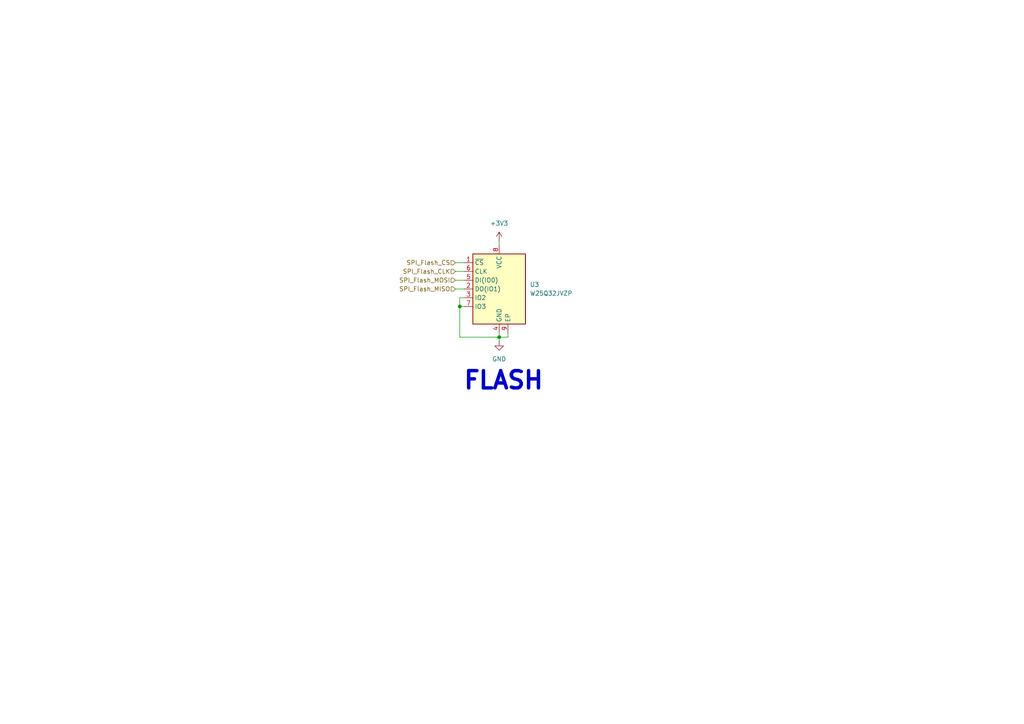
<source format=kicad_sch>
(kicad_sch (version 20231120) (generator "eeschema") (generator_version "8.0")
  (paper "A4")
  (title_block (title "SPI FLASH") (date "2024-04-10") (company "TheBadZhang"))
  (lib_symbols
    (symbol "Memory_Flash:W25Q32JVZP"
      (property "Reference" "U" (at -6.35 11.43 0))
      (property "Value" "W25Q32JVZP" (at 7.62 11.43 0))
      (symbol "W25Q32JVZP_0_1"
        (rectangle (start -7.62 10.16) (end 7.62 -10.16) (stroke (width 0.254)) (fill (type background)))
      )
      (symbol "W25Q32JVZP_1_1"
        (pin input line (at -10.16 7.62 0) (length 2.54) (name "~{CS}") (number "1"))
        (pin bidirectional line (at -10.16 0 0) (length 2.54) (name "DO(IO1)") (number "2"))
        (pin bidirectional line (at -10.16 -2.54 0) (length 2.54) (name "IO2") (number "3"))
        (pin power_in line (at 0 -12.7 90) (length 2.54) (name "GND") (number "4"))
        (pin bidirectional line (at -10.16 2.54 0) (length 2.54) (name "DI(IO0)") (number "5"))
        (pin input line (at -10.16 5.08 0) (length 2.54) (name "CLK") (number "6"))
        (pin bidirectional line (at -10.16 -5.08 0) (length 2.54) (name "IO3") (number "7"))
        (pin power_in line (at 0 12.7 270) (length 2.54) (name "VCC") (number "8"))
        (pin passive line (at 2.54 -12.7 90) (length 2.54) (name "EP") (number "9"))
      )
    )
    (symbol "power:+3V3" (power) (pin_numbers hide) (pin_names (offset 0) hide)
      (property "Value" "+3V3" (at 0 3.556 0))
      (symbol "+3V3_0_1"
        (polyline (pts (xy -0.762 1.27) (xy 0 2.54)))
        (polyline (pts (xy 0 0) (xy 0 2.54)))
        (polyline (pts (xy 0 2.54) (xy 0.762 1.27)))
      )
      (symbol "+3V3_1_1"
        (pin power_in line (at 0 0 90) (length 0) (name "~") (number "1"))
      )
    )
    (symbol "power:GND" (power) (pin_numbers hide) (pin_names (offset 0) hide)
      (property "Value" "GND" (at 0 -3.81 0))
      (symbol "GND_0_1"
        (polyline (pts (xy 0 0) (xy 0 -1.27) (xy 1.27 -1.27) (xy 0 -2.54) (xy -1.27 -1.27) (xy 0 -1.27)))
      )
      (symbol "GND_1_1"
        (pin power_in line (at 0 0 270) (length 0) (name "~") (number "1"))
      )
    )
  )
  (junction (at 144.78 97.79))
  (junction (at 133.35 88.9))
  (wire (pts (xy 144.78 69.85) (xy 144.78 71.12)))
  (wire (pts (xy 133.35 97.79) (xy 144.78 97.79)))
  (wire (pts (xy 134.62 86.36) (xy 133.35 86.36)))
  (wire (pts (xy 132.08 83.82) (xy 134.62 83.82)))
  (wire (pts (xy 132.08 81.28) (xy 134.62 81.28)))
  (wire (pts (xy 133.35 88.9) (xy 134.62 88.9)))
  (wire (pts (xy 132.08 78.74) (xy 134.62 78.74)))
  (wire (pts (xy 132.08 76.2) (xy 134.62 76.2)))
  (wire (pts (xy 144.78 97.79) (xy 144.78 99.06)))
  (wire (pts (xy 147.32 97.79) (xy 144.78 97.79)))
  (wire (pts (xy 147.32 96.52) (xy 147.32 97.79)))
  (wire (pts (xy 144.78 97.79) (xy 144.78 96.52)))
  (wire (pts (xy 133.35 86.36) (xy 133.35 88.9)))
  (wire (pts (xy 133.35 88.9) (xy 133.35 97.79)))
  (text "FLASH" (at 146.05 110.49 0) (effects (font (size 5 5) (thickness 1) (bold yes))))
  (hierarchical_label "SPI_Flash_CLK" (shape input) (at 132.08 78.74 180))
  (hierarchical_label "SPI_Flash_CS" (shape input) (at 132.08 76.2 180))
  (hierarchical_label "SPI_Flash_MOSI" (shape input) (at 132.08 81.28 180))
  (hierarchical_label "SPI_Flash_MISO" (shape input) (at 132.08 83.82 180))
  (symbol (lib_id "power:GND") (at 144.78 99.06 0) (unit 1)
    (property "Reference" "#PWR08" (effects (hide yes)))
    (property "Value" "GND" (at 144.78 104.14 0))
    (property "Description" "Power symbol creates a global label with name \"GND\" , ground" (effects (hide yes)))
  )
  (symbol (lib_id "Memory_Flash:W25Q32JVZP") (at 144.78 83.82 0) (unit 1)
    (property "Reference" "U3" (at 153.67 82.5499 0) (effects (justify left)))
    (property "Value" "W25Q32JVZP" (at 153.67 85.0899 0) (effects (justify left)))
    (property "Footprint" "Package_SON:WSON-8-1EP_6x5mm_P1.27mm_EP3.4x4.3mm" (effects (hide yes)))
    (property "Datasheet" "http://www.winbond.com/resource-files/w25q32jv%20revg%2003272018%20plus.pdf" (effects (hide yes)))
    (property "Description" "32Mb Serial Flash Memory, Standard/Dual/Quad SPI, DFN-8" (effects (hide yes)))
  )
  (symbol (lib_id "power:+3V3") (at 144.78 69.85 0) (unit 1)
    (property "Reference" "#PWR07" (effects (hide yes)))
    (property "Value" "+3V3" (at 144.78 64.77 0))
    (property "Description" "Power symbol creates a global label with name \"+3V3\"" (effects (hide yes)))
  )
)
</source>
